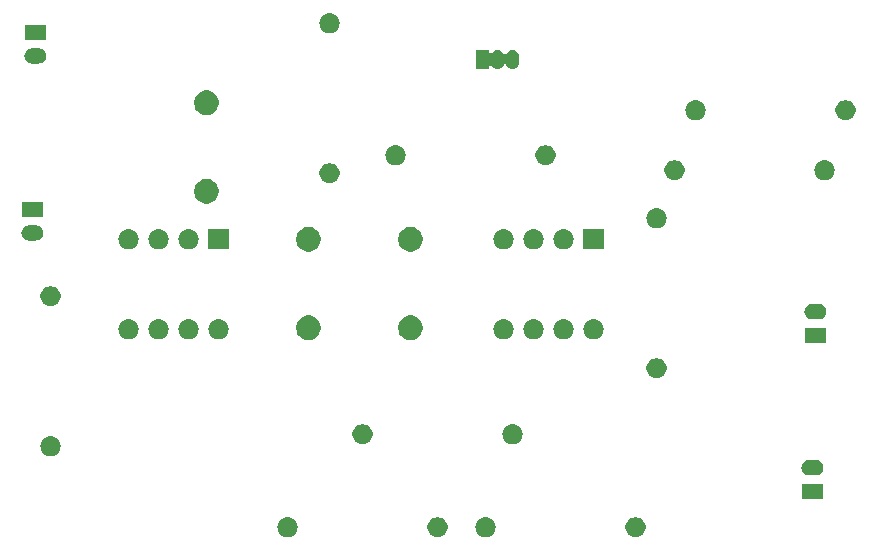
<source format=gbs>
G04 #@! TF.GenerationSoftware,KiCad,Pcbnew,(5.0.1)-rc2*
G04 #@! TF.CreationDate,2018-10-16T02:33:53-04:00*
G04 #@! TF.ProjectId,vco2,76636F322E6B696361645F7063620000,1*
G04 #@! TF.SameCoordinates,Original*
G04 #@! TF.FileFunction,Soldermask,Bot*
G04 #@! TF.FilePolarity,Negative*
%FSLAX46Y46*%
G04 Gerber Fmt 4.6, Leading zero omitted, Abs format (unit mm)*
G04 Created by KiCad (PCBNEW (5.0.1)-rc2) date 10/16/2018 2:33:53 AM*
%MOMM*%
%LPD*%
G01*
G04 APERTURE LIST*
%ADD10C,0.100000*%
G04 APERTURE END LIST*
D10*
G36*
X145028228Y-135071703D02*
X145183100Y-135135853D01*
X145322481Y-135228985D01*
X145441015Y-135347519D01*
X145534147Y-135486900D01*
X145598297Y-135641772D01*
X145631000Y-135806184D01*
X145631000Y-135973816D01*
X145598297Y-136138228D01*
X145534147Y-136293100D01*
X145441015Y-136432481D01*
X145322481Y-136551015D01*
X145183100Y-136644147D01*
X145028228Y-136708297D01*
X144863816Y-136741000D01*
X144696184Y-136741000D01*
X144531772Y-136708297D01*
X144376900Y-136644147D01*
X144237519Y-136551015D01*
X144118985Y-136432481D01*
X144025853Y-136293100D01*
X143961703Y-136138228D01*
X143929000Y-135973816D01*
X143929000Y-135806184D01*
X143961703Y-135641772D01*
X144025853Y-135486900D01*
X144118985Y-135347519D01*
X144237519Y-135228985D01*
X144376900Y-135135853D01*
X144531772Y-135071703D01*
X144696184Y-135039000D01*
X144863816Y-135039000D01*
X145028228Y-135071703D01*
X145028228Y-135071703D01*
G37*
G36*
X128264228Y-135071703D02*
X128419100Y-135135853D01*
X128558481Y-135228985D01*
X128677015Y-135347519D01*
X128770147Y-135486900D01*
X128834297Y-135641772D01*
X128867000Y-135806184D01*
X128867000Y-135973816D01*
X128834297Y-136138228D01*
X128770147Y-136293100D01*
X128677015Y-136432481D01*
X128558481Y-136551015D01*
X128419100Y-136644147D01*
X128264228Y-136708297D01*
X128099816Y-136741000D01*
X127932184Y-136741000D01*
X127767772Y-136708297D01*
X127612900Y-136644147D01*
X127473519Y-136551015D01*
X127354985Y-136432481D01*
X127261853Y-136293100D01*
X127197703Y-136138228D01*
X127165000Y-135973816D01*
X127165000Y-135806184D01*
X127197703Y-135641772D01*
X127261853Y-135486900D01*
X127354985Y-135347519D01*
X127473519Y-135228985D01*
X127612900Y-135135853D01*
X127767772Y-135071703D01*
X127932184Y-135039000D01*
X128099816Y-135039000D01*
X128264228Y-135071703D01*
X128264228Y-135071703D01*
G37*
G36*
X115482821Y-135051313D02*
X115482824Y-135051314D01*
X115482825Y-135051314D01*
X115643239Y-135099975D01*
X115643241Y-135099976D01*
X115643244Y-135099977D01*
X115791078Y-135178995D01*
X115920659Y-135285341D01*
X116027005Y-135414922D01*
X116106023Y-135562756D01*
X116106024Y-135562759D01*
X116106025Y-135562761D01*
X116154686Y-135723175D01*
X116154687Y-135723179D01*
X116171117Y-135890000D01*
X116154687Y-136056821D01*
X116154686Y-136056824D01*
X116154686Y-136056825D01*
X116129993Y-136138228D01*
X116106023Y-136217244D01*
X116027005Y-136365078D01*
X115920659Y-136494659D01*
X115791078Y-136601005D01*
X115643244Y-136680023D01*
X115643241Y-136680024D01*
X115643239Y-136680025D01*
X115482825Y-136728686D01*
X115482824Y-136728686D01*
X115482821Y-136728687D01*
X115357804Y-136741000D01*
X115274196Y-136741000D01*
X115149179Y-136728687D01*
X115149176Y-136728686D01*
X115149175Y-136728686D01*
X114988761Y-136680025D01*
X114988759Y-136680024D01*
X114988756Y-136680023D01*
X114840922Y-136601005D01*
X114711341Y-136494659D01*
X114604995Y-136365078D01*
X114525977Y-136217244D01*
X114502008Y-136138228D01*
X114477314Y-136056825D01*
X114477314Y-136056824D01*
X114477313Y-136056821D01*
X114460883Y-135890000D01*
X114477313Y-135723179D01*
X114477314Y-135723175D01*
X114525975Y-135562761D01*
X114525976Y-135562759D01*
X114525977Y-135562756D01*
X114604995Y-135414922D01*
X114711341Y-135285341D01*
X114840922Y-135178995D01*
X114988756Y-135099977D01*
X114988759Y-135099976D01*
X114988761Y-135099975D01*
X115149175Y-135051314D01*
X115149176Y-135051314D01*
X115149179Y-135051313D01*
X115274196Y-135039000D01*
X115357804Y-135039000D01*
X115482821Y-135051313D01*
X115482821Y-135051313D01*
G37*
G36*
X132246821Y-135051313D02*
X132246824Y-135051314D01*
X132246825Y-135051314D01*
X132407239Y-135099975D01*
X132407241Y-135099976D01*
X132407244Y-135099977D01*
X132555078Y-135178995D01*
X132684659Y-135285341D01*
X132791005Y-135414922D01*
X132870023Y-135562756D01*
X132870024Y-135562759D01*
X132870025Y-135562761D01*
X132918686Y-135723175D01*
X132918687Y-135723179D01*
X132935117Y-135890000D01*
X132918687Y-136056821D01*
X132918686Y-136056824D01*
X132918686Y-136056825D01*
X132893993Y-136138228D01*
X132870023Y-136217244D01*
X132791005Y-136365078D01*
X132684659Y-136494659D01*
X132555078Y-136601005D01*
X132407244Y-136680023D01*
X132407241Y-136680024D01*
X132407239Y-136680025D01*
X132246825Y-136728686D01*
X132246824Y-136728686D01*
X132246821Y-136728687D01*
X132121804Y-136741000D01*
X132038196Y-136741000D01*
X131913179Y-136728687D01*
X131913176Y-136728686D01*
X131913175Y-136728686D01*
X131752761Y-136680025D01*
X131752759Y-136680024D01*
X131752756Y-136680023D01*
X131604922Y-136601005D01*
X131475341Y-136494659D01*
X131368995Y-136365078D01*
X131289977Y-136217244D01*
X131266008Y-136138228D01*
X131241314Y-136056825D01*
X131241314Y-136056824D01*
X131241313Y-136056821D01*
X131224883Y-135890000D01*
X131241313Y-135723179D01*
X131241314Y-135723175D01*
X131289975Y-135562761D01*
X131289976Y-135562759D01*
X131289977Y-135562756D01*
X131368995Y-135414922D01*
X131475341Y-135285341D01*
X131604922Y-135178995D01*
X131752756Y-135099977D01*
X131752759Y-135099976D01*
X131752761Y-135099975D01*
X131913175Y-135051314D01*
X131913176Y-135051314D01*
X131913179Y-135051313D01*
X132038196Y-135039000D01*
X132121804Y-135039000D01*
X132246821Y-135051313D01*
X132246821Y-135051313D01*
G37*
G36*
X160532242Y-132195404D02*
X160569339Y-132206657D01*
X160603520Y-132224927D01*
X160633482Y-132249518D01*
X160658073Y-132279480D01*
X160676343Y-132313661D01*
X160687596Y-132350758D01*
X160692000Y-132395473D01*
X160692000Y-133288527D01*
X160687596Y-133333242D01*
X160676343Y-133370339D01*
X160658073Y-133404520D01*
X160633482Y-133434482D01*
X160603520Y-133459073D01*
X160569339Y-133477343D01*
X160532242Y-133488596D01*
X160487527Y-133493000D01*
X159044473Y-133493000D01*
X158999758Y-133488596D01*
X158962661Y-133477343D01*
X158928480Y-133459073D01*
X158898518Y-133434482D01*
X158873927Y-133404520D01*
X158855657Y-133370339D01*
X158844404Y-133333242D01*
X158840000Y-133288527D01*
X158840000Y-132395473D01*
X158844404Y-132350758D01*
X158855657Y-132313661D01*
X158873927Y-132279480D01*
X158898518Y-132249518D01*
X158928480Y-132224927D01*
X158962661Y-132206657D01*
X158999758Y-132195404D01*
X159044473Y-132191000D01*
X160487527Y-132191000D01*
X160532242Y-132195404D01*
X160532242Y-132195404D01*
G37*
G36*
X160104855Y-130194140D02*
X160168618Y-130200420D01*
X160250427Y-130225237D01*
X160291333Y-130237645D01*
X160391491Y-130291181D01*
X160404426Y-130298095D01*
X160503553Y-130379447D01*
X160584905Y-130478574D01*
X160584906Y-130478576D01*
X160645355Y-130591667D01*
X160645355Y-130591668D01*
X160682580Y-130714382D01*
X160695149Y-130842000D01*
X160682580Y-130969618D01*
X160657763Y-131051427D01*
X160645355Y-131092333D01*
X160591819Y-131192491D01*
X160584905Y-131205426D01*
X160503553Y-131304553D01*
X160404426Y-131385905D01*
X160404424Y-131385906D01*
X160291333Y-131446355D01*
X160250427Y-131458763D01*
X160168618Y-131483580D01*
X160104855Y-131489860D01*
X160072974Y-131493000D01*
X159459026Y-131493000D01*
X159427145Y-131489860D01*
X159363382Y-131483580D01*
X159281573Y-131458763D01*
X159240667Y-131446355D01*
X159127576Y-131385906D01*
X159127574Y-131385905D01*
X159028447Y-131304553D01*
X158947095Y-131205426D01*
X158940181Y-131192491D01*
X158886645Y-131092333D01*
X158874237Y-131051427D01*
X158849420Y-130969618D01*
X158836851Y-130842000D01*
X158849420Y-130714382D01*
X158886645Y-130591668D01*
X158886645Y-130591667D01*
X158947094Y-130478576D01*
X158947095Y-130478574D01*
X159028447Y-130379447D01*
X159127574Y-130298095D01*
X159140509Y-130291181D01*
X159240667Y-130237645D01*
X159281573Y-130225237D01*
X159363382Y-130200420D01*
X159427145Y-130194140D01*
X159459026Y-130191000D01*
X160072974Y-130191000D01*
X160104855Y-130194140D01*
X160104855Y-130194140D01*
G37*
G36*
X95416821Y-128193313D02*
X95416824Y-128193314D01*
X95416825Y-128193314D01*
X95577239Y-128241975D01*
X95577241Y-128241976D01*
X95577244Y-128241977D01*
X95725078Y-128320995D01*
X95854659Y-128427341D01*
X95961005Y-128556922D01*
X96040023Y-128704756D01*
X96040024Y-128704759D01*
X96040025Y-128704761D01*
X96088686Y-128865175D01*
X96088687Y-128865179D01*
X96105117Y-129032000D01*
X96088687Y-129198821D01*
X96040023Y-129359244D01*
X95961005Y-129507078D01*
X95854659Y-129636659D01*
X95725078Y-129743005D01*
X95577244Y-129822023D01*
X95577241Y-129822024D01*
X95577239Y-129822025D01*
X95416825Y-129870686D01*
X95416824Y-129870686D01*
X95416821Y-129870687D01*
X95291804Y-129883000D01*
X95208196Y-129883000D01*
X95083179Y-129870687D01*
X95083176Y-129870686D01*
X95083175Y-129870686D01*
X94922761Y-129822025D01*
X94922759Y-129822024D01*
X94922756Y-129822023D01*
X94774922Y-129743005D01*
X94645341Y-129636659D01*
X94538995Y-129507078D01*
X94459977Y-129359244D01*
X94411313Y-129198821D01*
X94394883Y-129032000D01*
X94411313Y-128865179D01*
X94411314Y-128865175D01*
X94459975Y-128704761D01*
X94459976Y-128704759D01*
X94459977Y-128704756D01*
X94538995Y-128556922D01*
X94645341Y-128427341D01*
X94774922Y-128320995D01*
X94922756Y-128241977D01*
X94922759Y-128241976D01*
X94922761Y-128241975D01*
X95083175Y-128193314D01*
X95083176Y-128193314D01*
X95083179Y-128193313D01*
X95208196Y-128181000D01*
X95291804Y-128181000D01*
X95416821Y-128193313D01*
X95416821Y-128193313D01*
G37*
G36*
X121914228Y-127197703D02*
X122069100Y-127261853D01*
X122208481Y-127354985D01*
X122327015Y-127473519D01*
X122420147Y-127612900D01*
X122484297Y-127767772D01*
X122517000Y-127932184D01*
X122517000Y-128099816D01*
X122484297Y-128264228D01*
X122420147Y-128419100D01*
X122327015Y-128558481D01*
X122208481Y-128677015D01*
X122069100Y-128770147D01*
X121914228Y-128834297D01*
X121749816Y-128867000D01*
X121582184Y-128867000D01*
X121417772Y-128834297D01*
X121262900Y-128770147D01*
X121123519Y-128677015D01*
X121004985Y-128558481D01*
X120911853Y-128419100D01*
X120847703Y-128264228D01*
X120815000Y-128099816D01*
X120815000Y-127932184D01*
X120847703Y-127767772D01*
X120911853Y-127612900D01*
X121004985Y-127473519D01*
X121123519Y-127354985D01*
X121262900Y-127261853D01*
X121417772Y-127197703D01*
X121582184Y-127165000D01*
X121749816Y-127165000D01*
X121914228Y-127197703D01*
X121914228Y-127197703D01*
G37*
G36*
X134532821Y-127177313D02*
X134532824Y-127177314D01*
X134532825Y-127177314D01*
X134693239Y-127225975D01*
X134693241Y-127225976D01*
X134693244Y-127225977D01*
X134841078Y-127304995D01*
X134970659Y-127411341D01*
X135077005Y-127540922D01*
X135156023Y-127688756D01*
X135156024Y-127688759D01*
X135156025Y-127688761D01*
X135204686Y-127849175D01*
X135204687Y-127849179D01*
X135221117Y-128016000D01*
X135204687Y-128182821D01*
X135204686Y-128182824D01*
X135204686Y-128182825D01*
X135162773Y-128320995D01*
X135156023Y-128343244D01*
X135077005Y-128491078D01*
X134970659Y-128620659D01*
X134841078Y-128727005D01*
X134693244Y-128806023D01*
X134693241Y-128806024D01*
X134693239Y-128806025D01*
X134532825Y-128854686D01*
X134532824Y-128854686D01*
X134532821Y-128854687D01*
X134407804Y-128867000D01*
X134324196Y-128867000D01*
X134199179Y-128854687D01*
X134199176Y-128854686D01*
X134199175Y-128854686D01*
X134038761Y-128806025D01*
X134038759Y-128806024D01*
X134038756Y-128806023D01*
X133890922Y-128727005D01*
X133761341Y-128620659D01*
X133654995Y-128491078D01*
X133575977Y-128343244D01*
X133569228Y-128320995D01*
X133527314Y-128182825D01*
X133527314Y-128182824D01*
X133527313Y-128182821D01*
X133510883Y-128016000D01*
X133527313Y-127849179D01*
X133527314Y-127849175D01*
X133575975Y-127688761D01*
X133575976Y-127688759D01*
X133575977Y-127688756D01*
X133654995Y-127540922D01*
X133761341Y-127411341D01*
X133890922Y-127304995D01*
X134038756Y-127225977D01*
X134038759Y-127225976D01*
X134038761Y-127225975D01*
X134199175Y-127177314D01*
X134199176Y-127177314D01*
X134199179Y-127177313D01*
X134324196Y-127165000D01*
X134407804Y-127165000D01*
X134532821Y-127177313D01*
X134532821Y-127177313D01*
G37*
G36*
X146806228Y-121609703D02*
X146961100Y-121673853D01*
X147100481Y-121766985D01*
X147219015Y-121885519D01*
X147312147Y-122024900D01*
X147376297Y-122179772D01*
X147409000Y-122344184D01*
X147409000Y-122511816D01*
X147376297Y-122676228D01*
X147312147Y-122831100D01*
X147219015Y-122970481D01*
X147100481Y-123089015D01*
X146961100Y-123182147D01*
X146806228Y-123246297D01*
X146641816Y-123279000D01*
X146474184Y-123279000D01*
X146309772Y-123246297D01*
X146154900Y-123182147D01*
X146015519Y-123089015D01*
X145896985Y-122970481D01*
X145803853Y-122831100D01*
X145739703Y-122676228D01*
X145707000Y-122511816D01*
X145707000Y-122344184D01*
X145739703Y-122179772D01*
X145803853Y-122024900D01*
X145896985Y-121885519D01*
X146015519Y-121766985D01*
X146154900Y-121673853D01*
X146309772Y-121609703D01*
X146474184Y-121577000D01*
X146641816Y-121577000D01*
X146806228Y-121609703D01*
X146806228Y-121609703D01*
G37*
G36*
X160786242Y-118987404D02*
X160823339Y-118998657D01*
X160857520Y-119016927D01*
X160887482Y-119041518D01*
X160912073Y-119071480D01*
X160930343Y-119105661D01*
X160941596Y-119142758D01*
X160946000Y-119187473D01*
X160946000Y-120080527D01*
X160941596Y-120125242D01*
X160930343Y-120162339D01*
X160912073Y-120196520D01*
X160887482Y-120226482D01*
X160857520Y-120251073D01*
X160823339Y-120269343D01*
X160786242Y-120280596D01*
X160741527Y-120285000D01*
X159298473Y-120285000D01*
X159253758Y-120280596D01*
X159216661Y-120269343D01*
X159182480Y-120251073D01*
X159152518Y-120226482D01*
X159127927Y-120196520D01*
X159109657Y-120162339D01*
X159098404Y-120125242D01*
X159094000Y-120080527D01*
X159094000Y-119187473D01*
X159098404Y-119142758D01*
X159109657Y-119105661D01*
X159127927Y-119071480D01*
X159152518Y-119041518D01*
X159182480Y-119016927D01*
X159216661Y-118998657D01*
X159253758Y-118987404D01*
X159298473Y-118983000D01*
X160741527Y-118983000D01*
X160786242Y-118987404D01*
X160786242Y-118987404D01*
G37*
G36*
X126036565Y-117995389D02*
X126227834Y-118074615D01*
X126399976Y-118189637D01*
X126546363Y-118336024D01*
X126661385Y-118508166D01*
X126740611Y-118699435D01*
X126781000Y-118902484D01*
X126781000Y-119109516D01*
X126740611Y-119312565D01*
X126661385Y-119503834D01*
X126546363Y-119675976D01*
X126399976Y-119822363D01*
X126227834Y-119937385D01*
X126036565Y-120016611D01*
X125833516Y-120057000D01*
X125626484Y-120057000D01*
X125423435Y-120016611D01*
X125232166Y-119937385D01*
X125060024Y-119822363D01*
X124913637Y-119675976D01*
X124798615Y-119503834D01*
X124719389Y-119312565D01*
X124679000Y-119109516D01*
X124679000Y-118902484D01*
X124719389Y-118699435D01*
X124798615Y-118508166D01*
X124913637Y-118336024D01*
X125060024Y-118189637D01*
X125232166Y-118074615D01*
X125423435Y-117995389D01*
X125626484Y-117955000D01*
X125833516Y-117955000D01*
X126036565Y-117995389D01*
X126036565Y-117995389D01*
G37*
G36*
X117400565Y-117995389D02*
X117591834Y-118074615D01*
X117763976Y-118189637D01*
X117910363Y-118336024D01*
X118025385Y-118508166D01*
X118104611Y-118699435D01*
X118145000Y-118902484D01*
X118145000Y-119109516D01*
X118104611Y-119312565D01*
X118025385Y-119503834D01*
X117910363Y-119675976D01*
X117763976Y-119822363D01*
X117591834Y-119937385D01*
X117400565Y-120016611D01*
X117197516Y-120057000D01*
X116990484Y-120057000D01*
X116787435Y-120016611D01*
X116596166Y-119937385D01*
X116424024Y-119822363D01*
X116277637Y-119675976D01*
X116162615Y-119503834D01*
X116083389Y-119312565D01*
X116043000Y-119109516D01*
X116043000Y-118902484D01*
X116083389Y-118699435D01*
X116162615Y-118508166D01*
X116277637Y-118336024D01*
X116424024Y-118189637D01*
X116596166Y-118074615D01*
X116787435Y-117995389D01*
X116990484Y-117955000D01*
X117197516Y-117955000D01*
X117400565Y-117995389D01*
X117400565Y-117995389D01*
G37*
G36*
X136310821Y-118287313D02*
X136310824Y-118287314D01*
X136310825Y-118287314D01*
X136471239Y-118335975D01*
X136471241Y-118335976D01*
X136471244Y-118335977D01*
X136619078Y-118414995D01*
X136748659Y-118521341D01*
X136855005Y-118650922D01*
X136934023Y-118798756D01*
X136934024Y-118798759D01*
X136934025Y-118798761D01*
X136982686Y-118959175D01*
X136982687Y-118959179D01*
X136999117Y-119126000D01*
X136982687Y-119292821D01*
X136934023Y-119453244D01*
X136855005Y-119601078D01*
X136748659Y-119730659D01*
X136619078Y-119837005D01*
X136471244Y-119916023D01*
X136471241Y-119916024D01*
X136471239Y-119916025D01*
X136310825Y-119964686D01*
X136310824Y-119964686D01*
X136310821Y-119964687D01*
X136185804Y-119977000D01*
X136102196Y-119977000D01*
X135977179Y-119964687D01*
X135977176Y-119964686D01*
X135977175Y-119964686D01*
X135816761Y-119916025D01*
X135816759Y-119916024D01*
X135816756Y-119916023D01*
X135668922Y-119837005D01*
X135539341Y-119730659D01*
X135432995Y-119601078D01*
X135353977Y-119453244D01*
X135305313Y-119292821D01*
X135288883Y-119126000D01*
X135305313Y-118959179D01*
X135305314Y-118959175D01*
X135353975Y-118798761D01*
X135353976Y-118798759D01*
X135353977Y-118798756D01*
X135432995Y-118650922D01*
X135539341Y-118521341D01*
X135668922Y-118414995D01*
X135816756Y-118335977D01*
X135816759Y-118335976D01*
X135816761Y-118335975D01*
X135977175Y-118287314D01*
X135977176Y-118287314D01*
X135977179Y-118287313D01*
X136102196Y-118275000D01*
X136185804Y-118275000D01*
X136310821Y-118287313D01*
X136310821Y-118287313D01*
G37*
G36*
X138850821Y-118287313D02*
X138850824Y-118287314D01*
X138850825Y-118287314D01*
X139011239Y-118335975D01*
X139011241Y-118335976D01*
X139011244Y-118335977D01*
X139159078Y-118414995D01*
X139288659Y-118521341D01*
X139395005Y-118650922D01*
X139474023Y-118798756D01*
X139474024Y-118798759D01*
X139474025Y-118798761D01*
X139522686Y-118959175D01*
X139522687Y-118959179D01*
X139539117Y-119126000D01*
X139522687Y-119292821D01*
X139474023Y-119453244D01*
X139395005Y-119601078D01*
X139288659Y-119730659D01*
X139159078Y-119837005D01*
X139011244Y-119916023D01*
X139011241Y-119916024D01*
X139011239Y-119916025D01*
X138850825Y-119964686D01*
X138850824Y-119964686D01*
X138850821Y-119964687D01*
X138725804Y-119977000D01*
X138642196Y-119977000D01*
X138517179Y-119964687D01*
X138517176Y-119964686D01*
X138517175Y-119964686D01*
X138356761Y-119916025D01*
X138356759Y-119916024D01*
X138356756Y-119916023D01*
X138208922Y-119837005D01*
X138079341Y-119730659D01*
X137972995Y-119601078D01*
X137893977Y-119453244D01*
X137845313Y-119292821D01*
X137828883Y-119126000D01*
X137845313Y-118959179D01*
X137845314Y-118959175D01*
X137893975Y-118798761D01*
X137893976Y-118798759D01*
X137893977Y-118798756D01*
X137972995Y-118650922D01*
X138079341Y-118521341D01*
X138208922Y-118414995D01*
X138356756Y-118335977D01*
X138356759Y-118335976D01*
X138356761Y-118335975D01*
X138517175Y-118287314D01*
X138517176Y-118287314D01*
X138517179Y-118287313D01*
X138642196Y-118275000D01*
X138725804Y-118275000D01*
X138850821Y-118287313D01*
X138850821Y-118287313D01*
G37*
G36*
X102020821Y-118287313D02*
X102020824Y-118287314D01*
X102020825Y-118287314D01*
X102181239Y-118335975D01*
X102181241Y-118335976D01*
X102181244Y-118335977D01*
X102329078Y-118414995D01*
X102458659Y-118521341D01*
X102565005Y-118650922D01*
X102644023Y-118798756D01*
X102644024Y-118798759D01*
X102644025Y-118798761D01*
X102692686Y-118959175D01*
X102692687Y-118959179D01*
X102709117Y-119126000D01*
X102692687Y-119292821D01*
X102644023Y-119453244D01*
X102565005Y-119601078D01*
X102458659Y-119730659D01*
X102329078Y-119837005D01*
X102181244Y-119916023D01*
X102181241Y-119916024D01*
X102181239Y-119916025D01*
X102020825Y-119964686D01*
X102020824Y-119964686D01*
X102020821Y-119964687D01*
X101895804Y-119977000D01*
X101812196Y-119977000D01*
X101687179Y-119964687D01*
X101687176Y-119964686D01*
X101687175Y-119964686D01*
X101526761Y-119916025D01*
X101526759Y-119916024D01*
X101526756Y-119916023D01*
X101378922Y-119837005D01*
X101249341Y-119730659D01*
X101142995Y-119601078D01*
X101063977Y-119453244D01*
X101015313Y-119292821D01*
X100998883Y-119126000D01*
X101015313Y-118959179D01*
X101015314Y-118959175D01*
X101063975Y-118798761D01*
X101063976Y-118798759D01*
X101063977Y-118798756D01*
X101142995Y-118650922D01*
X101249341Y-118521341D01*
X101378922Y-118414995D01*
X101526756Y-118335977D01*
X101526759Y-118335976D01*
X101526761Y-118335975D01*
X101687175Y-118287314D01*
X101687176Y-118287314D01*
X101687179Y-118287313D01*
X101812196Y-118275000D01*
X101895804Y-118275000D01*
X102020821Y-118287313D01*
X102020821Y-118287313D01*
G37*
G36*
X104560821Y-118287313D02*
X104560824Y-118287314D01*
X104560825Y-118287314D01*
X104721239Y-118335975D01*
X104721241Y-118335976D01*
X104721244Y-118335977D01*
X104869078Y-118414995D01*
X104998659Y-118521341D01*
X105105005Y-118650922D01*
X105184023Y-118798756D01*
X105184024Y-118798759D01*
X105184025Y-118798761D01*
X105232686Y-118959175D01*
X105232687Y-118959179D01*
X105249117Y-119126000D01*
X105232687Y-119292821D01*
X105184023Y-119453244D01*
X105105005Y-119601078D01*
X104998659Y-119730659D01*
X104869078Y-119837005D01*
X104721244Y-119916023D01*
X104721241Y-119916024D01*
X104721239Y-119916025D01*
X104560825Y-119964686D01*
X104560824Y-119964686D01*
X104560821Y-119964687D01*
X104435804Y-119977000D01*
X104352196Y-119977000D01*
X104227179Y-119964687D01*
X104227176Y-119964686D01*
X104227175Y-119964686D01*
X104066761Y-119916025D01*
X104066759Y-119916024D01*
X104066756Y-119916023D01*
X103918922Y-119837005D01*
X103789341Y-119730659D01*
X103682995Y-119601078D01*
X103603977Y-119453244D01*
X103555313Y-119292821D01*
X103538883Y-119126000D01*
X103555313Y-118959179D01*
X103555314Y-118959175D01*
X103603975Y-118798761D01*
X103603976Y-118798759D01*
X103603977Y-118798756D01*
X103682995Y-118650922D01*
X103789341Y-118521341D01*
X103918922Y-118414995D01*
X104066756Y-118335977D01*
X104066759Y-118335976D01*
X104066761Y-118335975D01*
X104227175Y-118287314D01*
X104227176Y-118287314D01*
X104227179Y-118287313D01*
X104352196Y-118275000D01*
X104435804Y-118275000D01*
X104560821Y-118287313D01*
X104560821Y-118287313D01*
G37*
G36*
X107100821Y-118287313D02*
X107100824Y-118287314D01*
X107100825Y-118287314D01*
X107261239Y-118335975D01*
X107261241Y-118335976D01*
X107261244Y-118335977D01*
X107409078Y-118414995D01*
X107538659Y-118521341D01*
X107645005Y-118650922D01*
X107724023Y-118798756D01*
X107724024Y-118798759D01*
X107724025Y-118798761D01*
X107772686Y-118959175D01*
X107772687Y-118959179D01*
X107789117Y-119126000D01*
X107772687Y-119292821D01*
X107724023Y-119453244D01*
X107645005Y-119601078D01*
X107538659Y-119730659D01*
X107409078Y-119837005D01*
X107261244Y-119916023D01*
X107261241Y-119916024D01*
X107261239Y-119916025D01*
X107100825Y-119964686D01*
X107100824Y-119964686D01*
X107100821Y-119964687D01*
X106975804Y-119977000D01*
X106892196Y-119977000D01*
X106767179Y-119964687D01*
X106767176Y-119964686D01*
X106767175Y-119964686D01*
X106606761Y-119916025D01*
X106606759Y-119916024D01*
X106606756Y-119916023D01*
X106458922Y-119837005D01*
X106329341Y-119730659D01*
X106222995Y-119601078D01*
X106143977Y-119453244D01*
X106095313Y-119292821D01*
X106078883Y-119126000D01*
X106095313Y-118959179D01*
X106095314Y-118959175D01*
X106143975Y-118798761D01*
X106143976Y-118798759D01*
X106143977Y-118798756D01*
X106222995Y-118650922D01*
X106329341Y-118521341D01*
X106458922Y-118414995D01*
X106606756Y-118335977D01*
X106606759Y-118335976D01*
X106606761Y-118335975D01*
X106767175Y-118287314D01*
X106767176Y-118287314D01*
X106767179Y-118287313D01*
X106892196Y-118275000D01*
X106975804Y-118275000D01*
X107100821Y-118287313D01*
X107100821Y-118287313D01*
G37*
G36*
X109640821Y-118287313D02*
X109640824Y-118287314D01*
X109640825Y-118287314D01*
X109801239Y-118335975D01*
X109801241Y-118335976D01*
X109801244Y-118335977D01*
X109949078Y-118414995D01*
X110078659Y-118521341D01*
X110185005Y-118650922D01*
X110264023Y-118798756D01*
X110264024Y-118798759D01*
X110264025Y-118798761D01*
X110312686Y-118959175D01*
X110312687Y-118959179D01*
X110329117Y-119126000D01*
X110312687Y-119292821D01*
X110264023Y-119453244D01*
X110185005Y-119601078D01*
X110078659Y-119730659D01*
X109949078Y-119837005D01*
X109801244Y-119916023D01*
X109801241Y-119916024D01*
X109801239Y-119916025D01*
X109640825Y-119964686D01*
X109640824Y-119964686D01*
X109640821Y-119964687D01*
X109515804Y-119977000D01*
X109432196Y-119977000D01*
X109307179Y-119964687D01*
X109307176Y-119964686D01*
X109307175Y-119964686D01*
X109146761Y-119916025D01*
X109146759Y-119916024D01*
X109146756Y-119916023D01*
X108998922Y-119837005D01*
X108869341Y-119730659D01*
X108762995Y-119601078D01*
X108683977Y-119453244D01*
X108635313Y-119292821D01*
X108618883Y-119126000D01*
X108635313Y-118959179D01*
X108635314Y-118959175D01*
X108683975Y-118798761D01*
X108683976Y-118798759D01*
X108683977Y-118798756D01*
X108762995Y-118650922D01*
X108869341Y-118521341D01*
X108998922Y-118414995D01*
X109146756Y-118335977D01*
X109146759Y-118335976D01*
X109146761Y-118335975D01*
X109307175Y-118287314D01*
X109307176Y-118287314D01*
X109307179Y-118287313D01*
X109432196Y-118275000D01*
X109515804Y-118275000D01*
X109640821Y-118287313D01*
X109640821Y-118287313D01*
G37*
G36*
X133770821Y-118287313D02*
X133770824Y-118287314D01*
X133770825Y-118287314D01*
X133931239Y-118335975D01*
X133931241Y-118335976D01*
X133931244Y-118335977D01*
X134079078Y-118414995D01*
X134208659Y-118521341D01*
X134315005Y-118650922D01*
X134394023Y-118798756D01*
X134394024Y-118798759D01*
X134394025Y-118798761D01*
X134442686Y-118959175D01*
X134442687Y-118959179D01*
X134459117Y-119126000D01*
X134442687Y-119292821D01*
X134394023Y-119453244D01*
X134315005Y-119601078D01*
X134208659Y-119730659D01*
X134079078Y-119837005D01*
X133931244Y-119916023D01*
X133931241Y-119916024D01*
X133931239Y-119916025D01*
X133770825Y-119964686D01*
X133770824Y-119964686D01*
X133770821Y-119964687D01*
X133645804Y-119977000D01*
X133562196Y-119977000D01*
X133437179Y-119964687D01*
X133437176Y-119964686D01*
X133437175Y-119964686D01*
X133276761Y-119916025D01*
X133276759Y-119916024D01*
X133276756Y-119916023D01*
X133128922Y-119837005D01*
X132999341Y-119730659D01*
X132892995Y-119601078D01*
X132813977Y-119453244D01*
X132765313Y-119292821D01*
X132748883Y-119126000D01*
X132765313Y-118959179D01*
X132765314Y-118959175D01*
X132813975Y-118798761D01*
X132813976Y-118798759D01*
X132813977Y-118798756D01*
X132892995Y-118650922D01*
X132999341Y-118521341D01*
X133128922Y-118414995D01*
X133276756Y-118335977D01*
X133276759Y-118335976D01*
X133276761Y-118335975D01*
X133437175Y-118287314D01*
X133437176Y-118287314D01*
X133437179Y-118287313D01*
X133562196Y-118275000D01*
X133645804Y-118275000D01*
X133770821Y-118287313D01*
X133770821Y-118287313D01*
G37*
G36*
X141390821Y-118287313D02*
X141390824Y-118287314D01*
X141390825Y-118287314D01*
X141551239Y-118335975D01*
X141551241Y-118335976D01*
X141551244Y-118335977D01*
X141699078Y-118414995D01*
X141828659Y-118521341D01*
X141935005Y-118650922D01*
X142014023Y-118798756D01*
X142014024Y-118798759D01*
X142014025Y-118798761D01*
X142062686Y-118959175D01*
X142062687Y-118959179D01*
X142079117Y-119126000D01*
X142062687Y-119292821D01*
X142014023Y-119453244D01*
X141935005Y-119601078D01*
X141828659Y-119730659D01*
X141699078Y-119837005D01*
X141551244Y-119916023D01*
X141551241Y-119916024D01*
X141551239Y-119916025D01*
X141390825Y-119964686D01*
X141390824Y-119964686D01*
X141390821Y-119964687D01*
X141265804Y-119977000D01*
X141182196Y-119977000D01*
X141057179Y-119964687D01*
X141057176Y-119964686D01*
X141057175Y-119964686D01*
X140896761Y-119916025D01*
X140896759Y-119916024D01*
X140896756Y-119916023D01*
X140748922Y-119837005D01*
X140619341Y-119730659D01*
X140512995Y-119601078D01*
X140433977Y-119453244D01*
X140385313Y-119292821D01*
X140368883Y-119126000D01*
X140385313Y-118959179D01*
X140385314Y-118959175D01*
X140433975Y-118798761D01*
X140433976Y-118798759D01*
X140433977Y-118798756D01*
X140512995Y-118650922D01*
X140619341Y-118521341D01*
X140748922Y-118414995D01*
X140896756Y-118335977D01*
X140896759Y-118335976D01*
X140896761Y-118335975D01*
X141057175Y-118287314D01*
X141057176Y-118287314D01*
X141057179Y-118287313D01*
X141182196Y-118275000D01*
X141265804Y-118275000D01*
X141390821Y-118287313D01*
X141390821Y-118287313D01*
G37*
G36*
X160358855Y-116986140D02*
X160422618Y-116992420D01*
X160504427Y-117017237D01*
X160545333Y-117029645D01*
X160645491Y-117083181D01*
X160658426Y-117090095D01*
X160757553Y-117171447D01*
X160838905Y-117270574D01*
X160838906Y-117270576D01*
X160899355Y-117383667D01*
X160899355Y-117383668D01*
X160936580Y-117506382D01*
X160949149Y-117634000D01*
X160936580Y-117761618D01*
X160911763Y-117843427D01*
X160899355Y-117884333D01*
X160861582Y-117955000D01*
X160838905Y-117997426D01*
X160757553Y-118096553D01*
X160658426Y-118177905D01*
X160658424Y-118177906D01*
X160545333Y-118238355D01*
X160504427Y-118250763D01*
X160422618Y-118275580D01*
X160358855Y-118281860D01*
X160326974Y-118285000D01*
X159713026Y-118285000D01*
X159681145Y-118281860D01*
X159617382Y-118275580D01*
X159535573Y-118250763D01*
X159494667Y-118238355D01*
X159381576Y-118177906D01*
X159381574Y-118177905D01*
X159282447Y-118096553D01*
X159201095Y-117997426D01*
X159178418Y-117955000D01*
X159140645Y-117884333D01*
X159128237Y-117843427D01*
X159103420Y-117761618D01*
X159090851Y-117634000D01*
X159103420Y-117506382D01*
X159140645Y-117383668D01*
X159140645Y-117383667D01*
X159201094Y-117270576D01*
X159201095Y-117270574D01*
X159282447Y-117171447D01*
X159381574Y-117090095D01*
X159394509Y-117083181D01*
X159494667Y-117029645D01*
X159535573Y-117017237D01*
X159617382Y-116992420D01*
X159681145Y-116986140D01*
X159713026Y-116983000D01*
X160326974Y-116983000D01*
X160358855Y-116986140D01*
X160358855Y-116986140D01*
G37*
G36*
X95498228Y-115513703D02*
X95653100Y-115577853D01*
X95792481Y-115670985D01*
X95911015Y-115789519D01*
X96004147Y-115928900D01*
X96068297Y-116083772D01*
X96101000Y-116248184D01*
X96101000Y-116415816D01*
X96068297Y-116580228D01*
X96004147Y-116735100D01*
X95911015Y-116874481D01*
X95792481Y-116993015D01*
X95653100Y-117086147D01*
X95498228Y-117150297D01*
X95333816Y-117183000D01*
X95166184Y-117183000D01*
X95001772Y-117150297D01*
X94846900Y-117086147D01*
X94707519Y-116993015D01*
X94588985Y-116874481D01*
X94495853Y-116735100D01*
X94431703Y-116580228D01*
X94399000Y-116415816D01*
X94399000Y-116248184D01*
X94431703Y-116083772D01*
X94495853Y-115928900D01*
X94588985Y-115789519D01*
X94707519Y-115670985D01*
X94846900Y-115577853D01*
X95001772Y-115513703D01*
X95166184Y-115481000D01*
X95333816Y-115481000D01*
X95498228Y-115513703D01*
X95498228Y-115513703D01*
G37*
G36*
X126036565Y-110495389D02*
X126227834Y-110574615D01*
X126399976Y-110689637D01*
X126546363Y-110836024D01*
X126661385Y-111008166D01*
X126740611Y-111199435D01*
X126781000Y-111402484D01*
X126781000Y-111609516D01*
X126740611Y-111812565D01*
X126661385Y-112003834D01*
X126546363Y-112175976D01*
X126399976Y-112322363D01*
X126227834Y-112437385D01*
X126036565Y-112516611D01*
X125833516Y-112557000D01*
X125626484Y-112557000D01*
X125423435Y-112516611D01*
X125232166Y-112437385D01*
X125060024Y-112322363D01*
X124913637Y-112175976D01*
X124798615Y-112003834D01*
X124719389Y-111812565D01*
X124679000Y-111609516D01*
X124679000Y-111402484D01*
X124719389Y-111199435D01*
X124798615Y-111008166D01*
X124913637Y-110836024D01*
X125060024Y-110689637D01*
X125232166Y-110574615D01*
X125423435Y-110495389D01*
X125626484Y-110455000D01*
X125833516Y-110455000D01*
X126036565Y-110495389D01*
X126036565Y-110495389D01*
G37*
G36*
X117400565Y-110495389D02*
X117591834Y-110574615D01*
X117763976Y-110689637D01*
X117910363Y-110836024D01*
X118025385Y-111008166D01*
X118104611Y-111199435D01*
X118145000Y-111402484D01*
X118145000Y-111609516D01*
X118104611Y-111812565D01*
X118025385Y-112003834D01*
X117910363Y-112175976D01*
X117763976Y-112322363D01*
X117591834Y-112437385D01*
X117400565Y-112516611D01*
X117197516Y-112557000D01*
X116990484Y-112557000D01*
X116787435Y-112516611D01*
X116596166Y-112437385D01*
X116424024Y-112322363D01*
X116277637Y-112175976D01*
X116162615Y-112003834D01*
X116083389Y-111812565D01*
X116043000Y-111609516D01*
X116043000Y-111402484D01*
X116083389Y-111199435D01*
X116162615Y-111008166D01*
X116277637Y-110836024D01*
X116424024Y-110689637D01*
X116596166Y-110574615D01*
X116787435Y-110495389D01*
X116990484Y-110455000D01*
X117197516Y-110455000D01*
X117400565Y-110495389D01*
X117400565Y-110495389D01*
G37*
G36*
X138850821Y-110667313D02*
X138850824Y-110667314D01*
X138850825Y-110667314D01*
X139011239Y-110715975D01*
X139011241Y-110715976D01*
X139011244Y-110715977D01*
X139159078Y-110794995D01*
X139288659Y-110901341D01*
X139395005Y-111030922D01*
X139474023Y-111178756D01*
X139474024Y-111178759D01*
X139474025Y-111178761D01*
X139522686Y-111339175D01*
X139522687Y-111339179D01*
X139539117Y-111506000D01*
X139522687Y-111672821D01*
X139474023Y-111833244D01*
X139395005Y-111981078D01*
X139288659Y-112110659D01*
X139159078Y-112217005D01*
X139011244Y-112296023D01*
X139011241Y-112296024D01*
X139011239Y-112296025D01*
X138850825Y-112344686D01*
X138850824Y-112344686D01*
X138850821Y-112344687D01*
X138725804Y-112357000D01*
X138642196Y-112357000D01*
X138517179Y-112344687D01*
X138517176Y-112344686D01*
X138517175Y-112344686D01*
X138356761Y-112296025D01*
X138356759Y-112296024D01*
X138356756Y-112296023D01*
X138208922Y-112217005D01*
X138079341Y-112110659D01*
X137972995Y-111981078D01*
X137893977Y-111833244D01*
X137845313Y-111672821D01*
X137828883Y-111506000D01*
X137845313Y-111339179D01*
X137845314Y-111339175D01*
X137893975Y-111178761D01*
X137893976Y-111178759D01*
X137893977Y-111178756D01*
X137972995Y-111030922D01*
X138079341Y-110901341D01*
X138208922Y-110794995D01*
X138356756Y-110715977D01*
X138356759Y-110715976D01*
X138356761Y-110715975D01*
X138517175Y-110667314D01*
X138517176Y-110667314D01*
X138517179Y-110667313D01*
X138642196Y-110655000D01*
X138725804Y-110655000D01*
X138850821Y-110667313D01*
X138850821Y-110667313D01*
G37*
G36*
X110325000Y-112357000D02*
X108623000Y-112357000D01*
X108623000Y-110655000D01*
X110325000Y-110655000D01*
X110325000Y-112357000D01*
X110325000Y-112357000D01*
G37*
G36*
X107100821Y-110667313D02*
X107100824Y-110667314D01*
X107100825Y-110667314D01*
X107261239Y-110715975D01*
X107261241Y-110715976D01*
X107261244Y-110715977D01*
X107409078Y-110794995D01*
X107538659Y-110901341D01*
X107645005Y-111030922D01*
X107724023Y-111178756D01*
X107724024Y-111178759D01*
X107724025Y-111178761D01*
X107772686Y-111339175D01*
X107772687Y-111339179D01*
X107789117Y-111506000D01*
X107772687Y-111672821D01*
X107724023Y-111833244D01*
X107645005Y-111981078D01*
X107538659Y-112110659D01*
X107409078Y-112217005D01*
X107261244Y-112296023D01*
X107261241Y-112296024D01*
X107261239Y-112296025D01*
X107100825Y-112344686D01*
X107100824Y-112344686D01*
X107100821Y-112344687D01*
X106975804Y-112357000D01*
X106892196Y-112357000D01*
X106767179Y-112344687D01*
X106767176Y-112344686D01*
X106767175Y-112344686D01*
X106606761Y-112296025D01*
X106606759Y-112296024D01*
X106606756Y-112296023D01*
X106458922Y-112217005D01*
X106329341Y-112110659D01*
X106222995Y-111981078D01*
X106143977Y-111833244D01*
X106095313Y-111672821D01*
X106078883Y-111506000D01*
X106095313Y-111339179D01*
X106095314Y-111339175D01*
X106143975Y-111178761D01*
X106143976Y-111178759D01*
X106143977Y-111178756D01*
X106222995Y-111030922D01*
X106329341Y-110901341D01*
X106458922Y-110794995D01*
X106606756Y-110715977D01*
X106606759Y-110715976D01*
X106606761Y-110715975D01*
X106767175Y-110667314D01*
X106767176Y-110667314D01*
X106767179Y-110667313D01*
X106892196Y-110655000D01*
X106975804Y-110655000D01*
X107100821Y-110667313D01*
X107100821Y-110667313D01*
G37*
G36*
X104560821Y-110667313D02*
X104560824Y-110667314D01*
X104560825Y-110667314D01*
X104721239Y-110715975D01*
X104721241Y-110715976D01*
X104721244Y-110715977D01*
X104869078Y-110794995D01*
X104998659Y-110901341D01*
X105105005Y-111030922D01*
X105184023Y-111178756D01*
X105184024Y-111178759D01*
X105184025Y-111178761D01*
X105232686Y-111339175D01*
X105232687Y-111339179D01*
X105249117Y-111506000D01*
X105232687Y-111672821D01*
X105184023Y-111833244D01*
X105105005Y-111981078D01*
X104998659Y-112110659D01*
X104869078Y-112217005D01*
X104721244Y-112296023D01*
X104721241Y-112296024D01*
X104721239Y-112296025D01*
X104560825Y-112344686D01*
X104560824Y-112344686D01*
X104560821Y-112344687D01*
X104435804Y-112357000D01*
X104352196Y-112357000D01*
X104227179Y-112344687D01*
X104227176Y-112344686D01*
X104227175Y-112344686D01*
X104066761Y-112296025D01*
X104066759Y-112296024D01*
X104066756Y-112296023D01*
X103918922Y-112217005D01*
X103789341Y-112110659D01*
X103682995Y-111981078D01*
X103603977Y-111833244D01*
X103555313Y-111672821D01*
X103538883Y-111506000D01*
X103555313Y-111339179D01*
X103555314Y-111339175D01*
X103603975Y-111178761D01*
X103603976Y-111178759D01*
X103603977Y-111178756D01*
X103682995Y-111030922D01*
X103789341Y-110901341D01*
X103918922Y-110794995D01*
X104066756Y-110715977D01*
X104066759Y-110715976D01*
X104066761Y-110715975D01*
X104227175Y-110667314D01*
X104227176Y-110667314D01*
X104227179Y-110667313D01*
X104352196Y-110655000D01*
X104435804Y-110655000D01*
X104560821Y-110667313D01*
X104560821Y-110667313D01*
G37*
G36*
X133770821Y-110667313D02*
X133770824Y-110667314D01*
X133770825Y-110667314D01*
X133931239Y-110715975D01*
X133931241Y-110715976D01*
X133931244Y-110715977D01*
X134079078Y-110794995D01*
X134208659Y-110901341D01*
X134315005Y-111030922D01*
X134394023Y-111178756D01*
X134394024Y-111178759D01*
X134394025Y-111178761D01*
X134442686Y-111339175D01*
X134442687Y-111339179D01*
X134459117Y-111506000D01*
X134442687Y-111672821D01*
X134394023Y-111833244D01*
X134315005Y-111981078D01*
X134208659Y-112110659D01*
X134079078Y-112217005D01*
X133931244Y-112296023D01*
X133931241Y-112296024D01*
X133931239Y-112296025D01*
X133770825Y-112344686D01*
X133770824Y-112344686D01*
X133770821Y-112344687D01*
X133645804Y-112357000D01*
X133562196Y-112357000D01*
X133437179Y-112344687D01*
X133437176Y-112344686D01*
X133437175Y-112344686D01*
X133276761Y-112296025D01*
X133276759Y-112296024D01*
X133276756Y-112296023D01*
X133128922Y-112217005D01*
X132999341Y-112110659D01*
X132892995Y-111981078D01*
X132813977Y-111833244D01*
X132765313Y-111672821D01*
X132748883Y-111506000D01*
X132765313Y-111339179D01*
X132765314Y-111339175D01*
X132813975Y-111178761D01*
X132813976Y-111178759D01*
X132813977Y-111178756D01*
X132892995Y-111030922D01*
X132999341Y-110901341D01*
X133128922Y-110794995D01*
X133276756Y-110715977D01*
X133276759Y-110715976D01*
X133276761Y-110715975D01*
X133437175Y-110667314D01*
X133437176Y-110667314D01*
X133437179Y-110667313D01*
X133562196Y-110655000D01*
X133645804Y-110655000D01*
X133770821Y-110667313D01*
X133770821Y-110667313D01*
G37*
G36*
X136310821Y-110667313D02*
X136310824Y-110667314D01*
X136310825Y-110667314D01*
X136471239Y-110715975D01*
X136471241Y-110715976D01*
X136471244Y-110715977D01*
X136619078Y-110794995D01*
X136748659Y-110901341D01*
X136855005Y-111030922D01*
X136934023Y-111178756D01*
X136934024Y-111178759D01*
X136934025Y-111178761D01*
X136982686Y-111339175D01*
X136982687Y-111339179D01*
X136999117Y-111506000D01*
X136982687Y-111672821D01*
X136934023Y-111833244D01*
X136855005Y-111981078D01*
X136748659Y-112110659D01*
X136619078Y-112217005D01*
X136471244Y-112296023D01*
X136471241Y-112296024D01*
X136471239Y-112296025D01*
X136310825Y-112344686D01*
X136310824Y-112344686D01*
X136310821Y-112344687D01*
X136185804Y-112357000D01*
X136102196Y-112357000D01*
X135977179Y-112344687D01*
X135977176Y-112344686D01*
X135977175Y-112344686D01*
X135816761Y-112296025D01*
X135816759Y-112296024D01*
X135816756Y-112296023D01*
X135668922Y-112217005D01*
X135539341Y-112110659D01*
X135432995Y-111981078D01*
X135353977Y-111833244D01*
X135305313Y-111672821D01*
X135288883Y-111506000D01*
X135305313Y-111339179D01*
X135305314Y-111339175D01*
X135353975Y-111178761D01*
X135353976Y-111178759D01*
X135353977Y-111178756D01*
X135432995Y-111030922D01*
X135539341Y-110901341D01*
X135668922Y-110794995D01*
X135816756Y-110715977D01*
X135816759Y-110715976D01*
X135816761Y-110715975D01*
X135977175Y-110667314D01*
X135977176Y-110667314D01*
X135977179Y-110667313D01*
X136102196Y-110655000D01*
X136185804Y-110655000D01*
X136310821Y-110667313D01*
X136310821Y-110667313D01*
G37*
G36*
X142075000Y-112357000D02*
X140373000Y-112357000D01*
X140373000Y-110655000D01*
X142075000Y-110655000D01*
X142075000Y-112357000D01*
X142075000Y-112357000D01*
G37*
G36*
X102020821Y-110667313D02*
X102020824Y-110667314D01*
X102020825Y-110667314D01*
X102181239Y-110715975D01*
X102181241Y-110715976D01*
X102181244Y-110715977D01*
X102329078Y-110794995D01*
X102458659Y-110901341D01*
X102565005Y-111030922D01*
X102644023Y-111178756D01*
X102644024Y-111178759D01*
X102644025Y-111178761D01*
X102692686Y-111339175D01*
X102692687Y-111339179D01*
X102709117Y-111506000D01*
X102692687Y-111672821D01*
X102644023Y-111833244D01*
X102565005Y-111981078D01*
X102458659Y-112110659D01*
X102329078Y-112217005D01*
X102181244Y-112296023D01*
X102181241Y-112296024D01*
X102181239Y-112296025D01*
X102020825Y-112344686D01*
X102020824Y-112344686D01*
X102020821Y-112344687D01*
X101895804Y-112357000D01*
X101812196Y-112357000D01*
X101687179Y-112344687D01*
X101687176Y-112344686D01*
X101687175Y-112344686D01*
X101526761Y-112296025D01*
X101526759Y-112296024D01*
X101526756Y-112296023D01*
X101378922Y-112217005D01*
X101249341Y-112110659D01*
X101142995Y-111981078D01*
X101063977Y-111833244D01*
X101015313Y-111672821D01*
X100998883Y-111506000D01*
X101015313Y-111339179D01*
X101015314Y-111339175D01*
X101063975Y-111178761D01*
X101063976Y-111178759D01*
X101063977Y-111178756D01*
X101142995Y-111030922D01*
X101249341Y-110901341D01*
X101378922Y-110794995D01*
X101526756Y-110715977D01*
X101526759Y-110715976D01*
X101526761Y-110715975D01*
X101687175Y-110667314D01*
X101687176Y-110667314D01*
X101687179Y-110667313D01*
X101812196Y-110655000D01*
X101895804Y-110655000D01*
X102020821Y-110667313D01*
X102020821Y-110667313D01*
G37*
G36*
X94064855Y-110318140D02*
X94128618Y-110324420D01*
X94210427Y-110349237D01*
X94251333Y-110361645D01*
X94351491Y-110415181D01*
X94364426Y-110422095D01*
X94463553Y-110503447D01*
X94544905Y-110602574D01*
X94544906Y-110602576D01*
X94605355Y-110715667D01*
X94605355Y-110715668D01*
X94642580Y-110838382D01*
X94655149Y-110966000D01*
X94642580Y-111093618D01*
X94617763Y-111175427D01*
X94605355Y-111216333D01*
X94551819Y-111316491D01*
X94544905Y-111329426D01*
X94463553Y-111428553D01*
X94364426Y-111509905D01*
X94364424Y-111509906D01*
X94251333Y-111570355D01*
X94210427Y-111582763D01*
X94128618Y-111607580D01*
X94064855Y-111613860D01*
X94032974Y-111617000D01*
X93419026Y-111617000D01*
X93387145Y-111613860D01*
X93323382Y-111607580D01*
X93241573Y-111582763D01*
X93200667Y-111570355D01*
X93087576Y-111509906D01*
X93087574Y-111509905D01*
X92988447Y-111428553D01*
X92907095Y-111329426D01*
X92900181Y-111316491D01*
X92846645Y-111216333D01*
X92834237Y-111175427D01*
X92809420Y-111093618D01*
X92796851Y-110966000D01*
X92809420Y-110838382D01*
X92846645Y-110715668D01*
X92846645Y-110715667D01*
X92907094Y-110602576D01*
X92907095Y-110602574D01*
X92988447Y-110503447D01*
X93087574Y-110422095D01*
X93100509Y-110415181D01*
X93200667Y-110361645D01*
X93241573Y-110349237D01*
X93323382Y-110324420D01*
X93387145Y-110318140D01*
X93419026Y-110315000D01*
X94032974Y-110315000D01*
X94064855Y-110318140D01*
X94064855Y-110318140D01*
G37*
G36*
X146724821Y-108889313D02*
X146724824Y-108889314D01*
X146724825Y-108889314D01*
X146885239Y-108937975D01*
X146885241Y-108937976D01*
X146885244Y-108937977D01*
X147033078Y-109016995D01*
X147162659Y-109123341D01*
X147269005Y-109252922D01*
X147348023Y-109400756D01*
X147348024Y-109400759D01*
X147348025Y-109400761D01*
X147386780Y-109528520D01*
X147396687Y-109561179D01*
X147413117Y-109728000D01*
X147396687Y-109894821D01*
X147348023Y-110055244D01*
X147269005Y-110203078D01*
X147162659Y-110332659D01*
X147033078Y-110439005D01*
X146885244Y-110518023D01*
X146885241Y-110518024D01*
X146885239Y-110518025D01*
X146724825Y-110566686D01*
X146724824Y-110566686D01*
X146724821Y-110566687D01*
X146599804Y-110579000D01*
X146516196Y-110579000D01*
X146391179Y-110566687D01*
X146391176Y-110566686D01*
X146391175Y-110566686D01*
X146230761Y-110518025D01*
X146230759Y-110518024D01*
X146230756Y-110518023D01*
X146082922Y-110439005D01*
X145953341Y-110332659D01*
X145846995Y-110203078D01*
X145767977Y-110055244D01*
X145719313Y-109894821D01*
X145702883Y-109728000D01*
X145719313Y-109561179D01*
X145729220Y-109528520D01*
X145767975Y-109400761D01*
X145767976Y-109400759D01*
X145767977Y-109400756D01*
X145846995Y-109252922D01*
X145953341Y-109123341D01*
X146082922Y-109016995D01*
X146230756Y-108937977D01*
X146230759Y-108937976D01*
X146230761Y-108937975D01*
X146391175Y-108889314D01*
X146391176Y-108889314D01*
X146391179Y-108889313D01*
X146516196Y-108877000D01*
X146599804Y-108877000D01*
X146724821Y-108889313D01*
X146724821Y-108889313D01*
G37*
G36*
X94492242Y-108319404D02*
X94529339Y-108330657D01*
X94563520Y-108348927D01*
X94593482Y-108373518D01*
X94618073Y-108403480D01*
X94636343Y-108437661D01*
X94647596Y-108474758D01*
X94652000Y-108519473D01*
X94652000Y-109412527D01*
X94647596Y-109457242D01*
X94636343Y-109494339D01*
X94618073Y-109528520D01*
X94593482Y-109558482D01*
X94563520Y-109583073D01*
X94529339Y-109601343D01*
X94492242Y-109612596D01*
X94447527Y-109617000D01*
X93004473Y-109617000D01*
X92959758Y-109612596D01*
X92922661Y-109601343D01*
X92888480Y-109583073D01*
X92858518Y-109558482D01*
X92833927Y-109528520D01*
X92815657Y-109494339D01*
X92804404Y-109457242D01*
X92800000Y-109412527D01*
X92800000Y-108519473D01*
X92804404Y-108474758D01*
X92815657Y-108437661D01*
X92833927Y-108403480D01*
X92858518Y-108373518D01*
X92888480Y-108348927D01*
X92922661Y-108330657D01*
X92959758Y-108319404D01*
X93004473Y-108315000D01*
X94447527Y-108315000D01*
X94492242Y-108319404D01*
X94492242Y-108319404D01*
G37*
G36*
X108764565Y-106431389D02*
X108955834Y-106510615D01*
X109127976Y-106625637D01*
X109274363Y-106772024D01*
X109389385Y-106944166D01*
X109468611Y-107135435D01*
X109509000Y-107338484D01*
X109509000Y-107545516D01*
X109468611Y-107748565D01*
X109389385Y-107939834D01*
X109274363Y-108111976D01*
X109127976Y-108258363D01*
X108955834Y-108373385D01*
X108764565Y-108452611D01*
X108561516Y-108493000D01*
X108354484Y-108493000D01*
X108151435Y-108452611D01*
X107960166Y-108373385D01*
X107788024Y-108258363D01*
X107641637Y-108111976D01*
X107526615Y-107939834D01*
X107447389Y-107748565D01*
X107407000Y-107545516D01*
X107407000Y-107338484D01*
X107447389Y-107135435D01*
X107526615Y-106944166D01*
X107641637Y-106772024D01*
X107788024Y-106625637D01*
X107960166Y-106510615D01*
X108151435Y-106431389D01*
X108354484Y-106391000D01*
X108561516Y-106391000D01*
X108764565Y-106431389D01*
X108764565Y-106431389D01*
G37*
G36*
X119120228Y-105099703D02*
X119275100Y-105163853D01*
X119414481Y-105256985D01*
X119533015Y-105375519D01*
X119626147Y-105514900D01*
X119690297Y-105669772D01*
X119723000Y-105834184D01*
X119723000Y-106001816D01*
X119690297Y-106166228D01*
X119626147Y-106321100D01*
X119533015Y-106460481D01*
X119414481Y-106579015D01*
X119275100Y-106672147D01*
X119120228Y-106736297D01*
X118955816Y-106769000D01*
X118788184Y-106769000D01*
X118623772Y-106736297D01*
X118468900Y-106672147D01*
X118329519Y-106579015D01*
X118210985Y-106460481D01*
X118117853Y-106321100D01*
X118053703Y-106166228D01*
X118021000Y-106001816D01*
X118021000Y-105834184D01*
X118053703Y-105669772D01*
X118117853Y-105514900D01*
X118210985Y-105375519D01*
X118329519Y-105256985D01*
X118468900Y-105163853D01*
X118623772Y-105099703D01*
X118788184Y-105067000D01*
X118955816Y-105067000D01*
X119120228Y-105099703D01*
X119120228Y-105099703D01*
G37*
G36*
X148330228Y-104845703D02*
X148485100Y-104909853D01*
X148624481Y-105002985D01*
X148743015Y-105121519D01*
X148836147Y-105260900D01*
X148900297Y-105415772D01*
X148933000Y-105580184D01*
X148933000Y-105747816D01*
X148900297Y-105912228D01*
X148836147Y-106067100D01*
X148743015Y-106206481D01*
X148624481Y-106325015D01*
X148485100Y-106418147D01*
X148330228Y-106482297D01*
X148165816Y-106515000D01*
X147998184Y-106515000D01*
X147833772Y-106482297D01*
X147678900Y-106418147D01*
X147539519Y-106325015D01*
X147420985Y-106206481D01*
X147327853Y-106067100D01*
X147263703Y-105912228D01*
X147231000Y-105747816D01*
X147231000Y-105580184D01*
X147263703Y-105415772D01*
X147327853Y-105260900D01*
X147420985Y-105121519D01*
X147539519Y-105002985D01*
X147678900Y-104909853D01*
X147833772Y-104845703D01*
X147998184Y-104813000D01*
X148165816Y-104813000D01*
X148330228Y-104845703D01*
X148330228Y-104845703D01*
G37*
G36*
X160948821Y-104825313D02*
X160948824Y-104825314D01*
X160948825Y-104825314D01*
X161109239Y-104873975D01*
X161109241Y-104873976D01*
X161109244Y-104873977D01*
X161257078Y-104952995D01*
X161386659Y-105059341D01*
X161493005Y-105188922D01*
X161572023Y-105336756D01*
X161572024Y-105336759D01*
X161572025Y-105336761D01*
X161620686Y-105497175D01*
X161620687Y-105497179D01*
X161637117Y-105664000D01*
X161620687Y-105830821D01*
X161620686Y-105830824D01*
X161620686Y-105830825D01*
X161595993Y-105912228D01*
X161572023Y-105991244D01*
X161493005Y-106139078D01*
X161386659Y-106268659D01*
X161257078Y-106375005D01*
X161109244Y-106454023D01*
X161109241Y-106454024D01*
X161109239Y-106454025D01*
X160948825Y-106502686D01*
X160948824Y-106502686D01*
X160948821Y-106502687D01*
X160823804Y-106515000D01*
X160740196Y-106515000D01*
X160615179Y-106502687D01*
X160615176Y-106502686D01*
X160615175Y-106502686D01*
X160454761Y-106454025D01*
X160454759Y-106454024D01*
X160454756Y-106454023D01*
X160306922Y-106375005D01*
X160177341Y-106268659D01*
X160070995Y-106139078D01*
X159991977Y-105991244D01*
X159968008Y-105912228D01*
X159943314Y-105830825D01*
X159943314Y-105830824D01*
X159943313Y-105830821D01*
X159926883Y-105664000D01*
X159943313Y-105497179D01*
X159943314Y-105497175D01*
X159991975Y-105336761D01*
X159991976Y-105336759D01*
X159991977Y-105336756D01*
X160070995Y-105188922D01*
X160177341Y-105059341D01*
X160306922Y-104952995D01*
X160454756Y-104873977D01*
X160454759Y-104873976D01*
X160454761Y-104873975D01*
X160615175Y-104825314D01*
X160615176Y-104825314D01*
X160615179Y-104825313D01*
X160740196Y-104813000D01*
X160823804Y-104813000D01*
X160948821Y-104825313D01*
X160948821Y-104825313D01*
G37*
G36*
X124626821Y-103555313D02*
X124626824Y-103555314D01*
X124626825Y-103555314D01*
X124787239Y-103603975D01*
X124787241Y-103603976D01*
X124787244Y-103603977D01*
X124935078Y-103682995D01*
X125064659Y-103789341D01*
X125171005Y-103918922D01*
X125250023Y-104066756D01*
X125250024Y-104066759D01*
X125250025Y-104066761D01*
X125298686Y-104227175D01*
X125298687Y-104227179D01*
X125315117Y-104394000D01*
X125298687Y-104560821D01*
X125298686Y-104560824D01*
X125298686Y-104560825D01*
X125273993Y-104642228D01*
X125250023Y-104721244D01*
X125171005Y-104869078D01*
X125064659Y-104998659D01*
X124935078Y-105105005D01*
X124787244Y-105184023D01*
X124787241Y-105184024D01*
X124787239Y-105184025D01*
X124626825Y-105232686D01*
X124626824Y-105232686D01*
X124626821Y-105232687D01*
X124501804Y-105245000D01*
X124418196Y-105245000D01*
X124293179Y-105232687D01*
X124293176Y-105232686D01*
X124293175Y-105232686D01*
X124132761Y-105184025D01*
X124132759Y-105184024D01*
X124132756Y-105184023D01*
X123984922Y-105105005D01*
X123855341Y-104998659D01*
X123748995Y-104869078D01*
X123669977Y-104721244D01*
X123646008Y-104642228D01*
X123621314Y-104560825D01*
X123621314Y-104560824D01*
X123621313Y-104560821D01*
X123604883Y-104394000D01*
X123621313Y-104227179D01*
X123621314Y-104227175D01*
X123669975Y-104066761D01*
X123669976Y-104066759D01*
X123669977Y-104066756D01*
X123748995Y-103918922D01*
X123855341Y-103789341D01*
X123984922Y-103682995D01*
X124132756Y-103603977D01*
X124132759Y-103603976D01*
X124132761Y-103603975D01*
X124293175Y-103555314D01*
X124293176Y-103555314D01*
X124293179Y-103555313D01*
X124418196Y-103543000D01*
X124501804Y-103543000D01*
X124626821Y-103555313D01*
X124626821Y-103555313D01*
G37*
G36*
X137408228Y-103575703D02*
X137563100Y-103639853D01*
X137702481Y-103732985D01*
X137821015Y-103851519D01*
X137914147Y-103990900D01*
X137978297Y-104145772D01*
X138011000Y-104310184D01*
X138011000Y-104477816D01*
X137978297Y-104642228D01*
X137914147Y-104797100D01*
X137821015Y-104936481D01*
X137702481Y-105055015D01*
X137563100Y-105148147D01*
X137408228Y-105212297D01*
X137243816Y-105245000D01*
X137076184Y-105245000D01*
X136911772Y-105212297D01*
X136756900Y-105148147D01*
X136617519Y-105055015D01*
X136498985Y-104936481D01*
X136405853Y-104797100D01*
X136341703Y-104642228D01*
X136309000Y-104477816D01*
X136309000Y-104310184D01*
X136341703Y-104145772D01*
X136405853Y-103990900D01*
X136498985Y-103851519D01*
X136617519Y-103732985D01*
X136756900Y-103639853D01*
X136911772Y-103575703D01*
X137076184Y-103543000D01*
X137243816Y-103543000D01*
X137408228Y-103575703D01*
X137408228Y-103575703D01*
G37*
G36*
X150026821Y-99745313D02*
X150026824Y-99745314D01*
X150026825Y-99745314D01*
X150187239Y-99793975D01*
X150187241Y-99793976D01*
X150187244Y-99793977D01*
X150335078Y-99872995D01*
X150464659Y-99979341D01*
X150571005Y-100108922D01*
X150650023Y-100256756D01*
X150650024Y-100256759D01*
X150650025Y-100256761D01*
X150698686Y-100417175D01*
X150698687Y-100417179D01*
X150715117Y-100584000D01*
X150698687Y-100750821D01*
X150698686Y-100750824D01*
X150698686Y-100750825D01*
X150661508Y-100873385D01*
X150650023Y-100911244D01*
X150571005Y-101059078D01*
X150464659Y-101188659D01*
X150335078Y-101295005D01*
X150187244Y-101374023D01*
X150187241Y-101374024D01*
X150187239Y-101374025D01*
X150026825Y-101422686D01*
X150026824Y-101422686D01*
X150026821Y-101422687D01*
X149901804Y-101435000D01*
X149818196Y-101435000D01*
X149693179Y-101422687D01*
X149693176Y-101422686D01*
X149693175Y-101422686D01*
X149532761Y-101374025D01*
X149532759Y-101374024D01*
X149532756Y-101374023D01*
X149384922Y-101295005D01*
X149255341Y-101188659D01*
X149148995Y-101059078D01*
X149069977Y-100911244D01*
X149058493Y-100873385D01*
X149021314Y-100750825D01*
X149021314Y-100750824D01*
X149021313Y-100750821D01*
X149004883Y-100584000D01*
X149021313Y-100417179D01*
X149021314Y-100417175D01*
X149069975Y-100256761D01*
X149069976Y-100256759D01*
X149069977Y-100256756D01*
X149148995Y-100108922D01*
X149255341Y-99979341D01*
X149384922Y-99872995D01*
X149532756Y-99793977D01*
X149532759Y-99793976D01*
X149532761Y-99793975D01*
X149693175Y-99745314D01*
X149693176Y-99745314D01*
X149693179Y-99745313D01*
X149818196Y-99733000D01*
X149901804Y-99733000D01*
X150026821Y-99745313D01*
X150026821Y-99745313D01*
G37*
G36*
X162808228Y-99765703D02*
X162963100Y-99829853D01*
X163102481Y-99922985D01*
X163221015Y-100041519D01*
X163314147Y-100180900D01*
X163378297Y-100335772D01*
X163411000Y-100500184D01*
X163411000Y-100667816D01*
X163378297Y-100832228D01*
X163314147Y-100987100D01*
X163221015Y-101126481D01*
X163102481Y-101245015D01*
X162963100Y-101338147D01*
X162808228Y-101402297D01*
X162643816Y-101435000D01*
X162476184Y-101435000D01*
X162311772Y-101402297D01*
X162156900Y-101338147D01*
X162017519Y-101245015D01*
X161898985Y-101126481D01*
X161805853Y-100987100D01*
X161741703Y-100832228D01*
X161709000Y-100667816D01*
X161709000Y-100500184D01*
X161741703Y-100335772D01*
X161805853Y-100180900D01*
X161898985Y-100041519D01*
X162017519Y-99922985D01*
X162156900Y-99829853D01*
X162311772Y-99765703D01*
X162476184Y-99733000D01*
X162643816Y-99733000D01*
X162808228Y-99765703D01*
X162808228Y-99765703D01*
G37*
G36*
X108764565Y-98931389D02*
X108955834Y-99010615D01*
X109127976Y-99125637D01*
X109274363Y-99272024D01*
X109389385Y-99444166D01*
X109468611Y-99635435D01*
X109509000Y-99838484D01*
X109509000Y-100045516D01*
X109468611Y-100248565D01*
X109389385Y-100439834D01*
X109274363Y-100611976D01*
X109127976Y-100758363D01*
X108955834Y-100873385D01*
X108764565Y-100952611D01*
X108561516Y-100993000D01*
X108354484Y-100993000D01*
X108151435Y-100952611D01*
X107960166Y-100873385D01*
X107788024Y-100758363D01*
X107641637Y-100611976D01*
X107526615Y-100439834D01*
X107447389Y-100248565D01*
X107407000Y-100045516D01*
X107407000Y-99838484D01*
X107447389Y-99635435D01*
X107526615Y-99444166D01*
X107641637Y-99272024D01*
X107788024Y-99125637D01*
X107960166Y-99010615D01*
X108151435Y-98931389D01*
X108354484Y-98891000D01*
X108561516Y-98891000D01*
X108764565Y-98931389D01*
X108764565Y-98931389D01*
G37*
G36*
X134478915Y-95473334D02*
X134587491Y-95506271D01*
X134687556Y-95559756D01*
X134775264Y-95631736D01*
X134847244Y-95719443D01*
X134900729Y-95819508D01*
X134933666Y-95928084D01*
X134942000Y-96012702D01*
X134942000Y-96519297D01*
X134933666Y-96603916D01*
X134900729Y-96712492D01*
X134847244Y-96812557D01*
X134775264Y-96900264D01*
X134687557Y-96972244D01*
X134587492Y-97025729D01*
X134478916Y-97058666D01*
X134366000Y-97069787D01*
X134253085Y-97058666D01*
X134144509Y-97025729D01*
X134044444Y-96972244D01*
X133956737Y-96900264D01*
X133884757Y-96812557D01*
X133841240Y-96731143D01*
X133827627Y-96710768D01*
X133810299Y-96693441D01*
X133789925Y-96679827D01*
X133767286Y-96670450D01*
X133743253Y-96665669D01*
X133718748Y-96665669D01*
X133694715Y-96670449D01*
X133672076Y-96679827D01*
X133651701Y-96693440D01*
X133634374Y-96710768D01*
X133620760Y-96731143D01*
X133577244Y-96812557D01*
X133505264Y-96900264D01*
X133417557Y-96972244D01*
X133317492Y-97025729D01*
X133208916Y-97058666D01*
X133096000Y-97069787D01*
X132983085Y-97058666D01*
X132874509Y-97025729D01*
X132774444Y-96972244D01*
X132686737Y-96900264D01*
X132623626Y-96823364D01*
X132606299Y-96806036D01*
X132585924Y-96792423D01*
X132563285Y-96783045D01*
X132539252Y-96778265D01*
X132514748Y-96778265D01*
X132490714Y-96783046D01*
X132468075Y-96792423D01*
X132447701Y-96806037D01*
X132430373Y-96823364D01*
X132416760Y-96843739D01*
X132407382Y-96866378D01*
X132402000Y-96902663D01*
X132402000Y-97067000D01*
X131250000Y-97067000D01*
X131250000Y-95465000D01*
X132402000Y-95465000D01*
X132402000Y-95629337D01*
X132404402Y-95653723D01*
X132411515Y-95677172D01*
X132423066Y-95698783D01*
X132438612Y-95717725D01*
X132457554Y-95733271D01*
X132479165Y-95744822D01*
X132502614Y-95751935D01*
X132527000Y-95754337D01*
X132551386Y-95751935D01*
X132574835Y-95744822D01*
X132596446Y-95733271D01*
X132623626Y-95708636D01*
X132686734Y-95631739D01*
X132686736Y-95631736D01*
X132774443Y-95559756D01*
X132874508Y-95506271D01*
X132983084Y-95473334D01*
X133096000Y-95462213D01*
X133208915Y-95473334D01*
X133317491Y-95506271D01*
X133417556Y-95559756D01*
X133505264Y-95631736D01*
X133577244Y-95719443D01*
X133620767Y-95800869D01*
X133634373Y-95821232D01*
X133651700Y-95838560D01*
X133672075Y-95852174D01*
X133694713Y-95861551D01*
X133718747Y-95866332D01*
X133743251Y-95866332D01*
X133767285Y-95861552D01*
X133789924Y-95852175D01*
X133810298Y-95838561D01*
X133827626Y-95821234D01*
X133841240Y-95800858D01*
X133884756Y-95719444D01*
X133956734Y-95631739D01*
X133956736Y-95631736D01*
X134044443Y-95559756D01*
X134144508Y-95506271D01*
X134253084Y-95473334D01*
X134366000Y-95462213D01*
X134478915Y-95473334D01*
X134478915Y-95473334D01*
G37*
G36*
X94318855Y-95332140D02*
X94382618Y-95338420D01*
X94464427Y-95363237D01*
X94505333Y-95375645D01*
X94605491Y-95429181D01*
X94618426Y-95436095D01*
X94717553Y-95517447D01*
X94798905Y-95616574D01*
X94798906Y-95616576D01*
X94859355Y-95729667D01*
X94859355Y-95729668D01*
X94896580Y-95852382D01*
X94909149Y-95980000D01*
X94896580Y-96107618D01*
X94871763Y-96189427D01*
X94859355Y-96230333D01*
X94805819Y-96330491D01*
X94798905Y-96343426D01*
X94717553Y-96442553D01*
X94618426Y-96523905D01*
X94618424Y-96523906D01*
X94505333Y-96584355D01*
X94464427Y-96596763D01*
X94382618Y-96621580D01*
X94318855Y-96627860D01*
X94286974Y-96631000D01*
X93673026Y-96631000D01*
X93641145Y-96627860D01*
X93577382Y-96621580D01*
X93495573Y-96596763D01*
X93454667Y-96584355D01*
X93341576Y-96523906D01*
X93341574Y-96523905D01*
X93242447Y-96442553D01*
X93161095Y-96343426D01*
X93154181Y-96330491D01*
X93100645Y-96230333D01*
X93088237Y-96189427D01*
X93063420Y-96107618D01*
X93050851Y-95980000D01*
X93063420Y-95852382D01*
X93100645Y-95729668D01*
X93100645Y-95729667D01*
X93161094Y-95616576D01*
X93161095Y-95616574D01*
X93242447Y-95517447D01*
X93341574Y-95436095D01*
X93354509Y-95429181D01*
X93454667Y-95375645D01*
X93495573Y-95363237D01*
X93577382Y-95338420D01*
X93641145Y-95332140D01*
X93673026Y-95329000D01*
X94286974Y-95329000D01*
X94318855Y-95332140D01*
X94318855Y-95332140D01*
G37*
G36*
X94746242Y-93333404D02*
X94783339Y-93344657D01*
X94817520Y-93362927D01*
X94847482Y-93387518D01*
X94872073Y-93417480D01*
X94890343Y-93451661D01*
X94901596Y-93488758D01*
X94906000Y-93533473D01*
X94906000Y-94426527D01*
X94901596Y-94471242D01*
X94890343Y-94508339D01*
X94872073Y-94542520D01*
X94847482Y-94572482D01*
X94817520Y-94597073D01*
X94783339Y-94615343D01*
X94746242Y-94626596D01*
X94701527Y-94631000D01*
X93258473Y-94631000D01*
X93213758Y-94626596D01*
X93176661Y-94615343D01*
X93142480Y-94597073D01*
X93112518Y-94572482D01*
X93087927Y-94542520D01*
X93069657Y-94508339D01*
X93058404Y-94471242D01*
X93054000Y-94426527D01*
X93054000Y-93533473D01*
X93058404Y-93488758D01*
X93069657Y-93451661D01*
X93087927Y-93417480D01*
X93112518Y-93387518D01*
X93142480Y-93362927D01*
X93176661Y-93344657D01*
X93213758Y-93333404D01*
X93258473Y-93329000D01*
X94701527Y-93329000D01*
X94746242Y-93333404D01*
X94746242Y-93333404D01*
G37*
G36*
X119038821Y-92379313D02*
X119038824Y-92379314D01*
X119038825Y-92379314D01*
X119199239Y-92427975D01*
X119199241Y-92427976D01*
X119199244Y-92427977D01*
X119347078Y-92506995D01*
X119476659Y-92613341D01*
X119583005Y-92742922D01*
X119662023Y-92890756D01*
X119710687Y-93051179D01*
X119727117Y-93218000D01*
X119710687Y-93384821D01*
X119710686Y-93384824D01*
X119710686Y-93384825D01*
X119676826Y-93496447D01*
X119662023Y-93545244D01*
X119583005Y-93693078D01*
X119476659Y-93822659D01*
X119347078Y-93929005D01*
X119199244Y-94008023D01*
X119199241Y-94008024D01*
X119199239Y-94008025D01*
X119038825Y-94056686D01*
X119038824Y-94056686D01*
X119038821Y-94056687D01*
X118913804Y-94069000D01*
X118830196Y-94069000D01*
X118705179Y-94056687D01*
X118705176Y-94056686D01*
X118705175Y-94056686D01*
X118544761Y-94008025D01*
X118544759Y-94008024D01*
X118544756Y-94008023D01*
X118396922Y-93929005D01*
X118267341Y-93822659D01*
X118160995Y-93693078D01*
X118081977Y-93545244D01*
X118067175Y-93496447D01*
X118033314Y-93384825D01*
X118033314Y-93384824D01*
X118033313Y-93384821D01*
X118016883Y-93218000D01*
X118033313Y-93051179D01*
X118081977Y-92890756D01*
X118160995Y-92742922D01*
X118267341Y-92613341D01*
X118396922Y-92506995D01*
X118544756Y-92427977D01*
X118544759Y-92427976D01*
X118544761Y-92427975D01*
X118705175Y-92379314D01*
X118705176Y-92379314D01*
X118705179Y-92379313D01*
X118830196Y-92367000D01*
X118913804Y-92367000D01*
X119038821Y-92379313D01*
X119038821Y-92379313D01*
G37*
M02*

</source>
